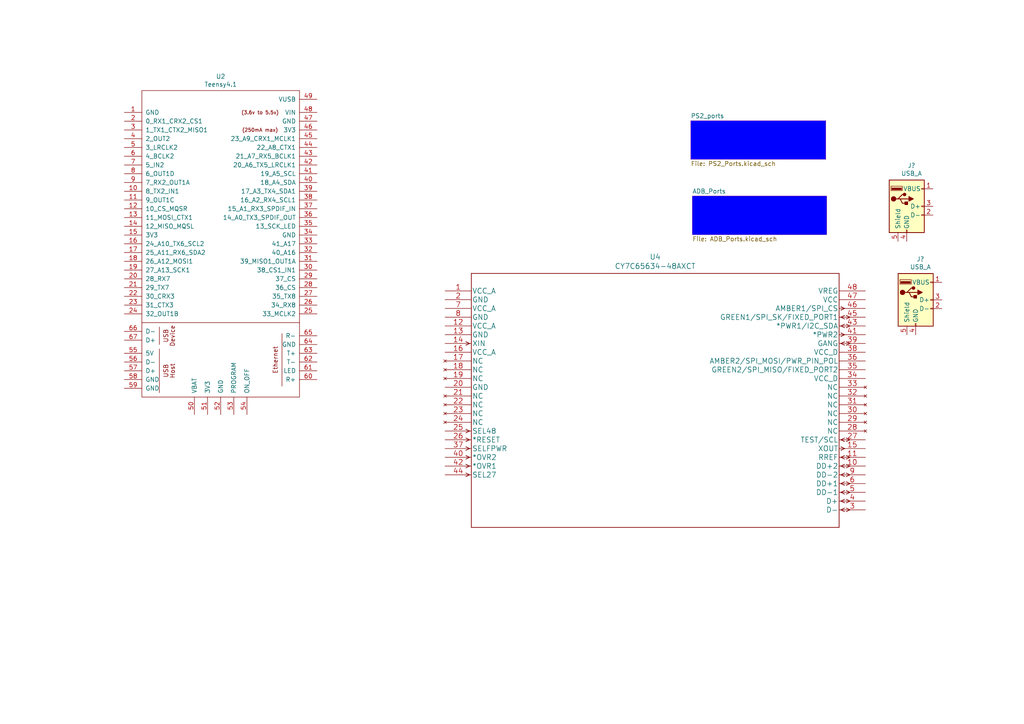
<source format=kicad_sch>
(kicad_sch (version 20201015) (generator eeschema)
  (page 1 3)
  (paper "A4")
  (lib_symbols
    (symbol "2021-02-10_03-52-52:CY7C65634-48AXCT" (pin_names (offset 0.254))
      (property "Reference" "U" (at 60.96 10.16 0))
      (property "Value" "CY7C65634-48AXCT" (at 60.96 7.62 0))
      (symbol "CY7C65634-48AXCT_1_1"
        (polyline (pts (xy 7.112 -15.24) (xy 6.0452 -14.732)) (stroke (width 0.2032)))
        (polyline (pts (xy 7.112 -15.24) (xy 6.0452 -15.748)) (stroke (width 0.2032)))
        (polyline (pts (xy 7.112 -40.64) (xy 6.0452 -40.132)) (stroke (width 0.2032)))
        (polyline (pts (xy 7.112 -40.64) (xy 6.0452 -41.148)) (stroke (width 0.2032)))
        (polyline (pts (xy 7.112 -43.18) (xy 6.0452 -42.672)) (stroke (width 0.2032)))
        (polyline (pts (xy 7.112 -43.18) (xy 6.0452 -43.688)) (stroke (width 0.2032)))
        (polyline (pts (xy 7.112 -45.72) (xy 6.0452 -45.212)) (stroke (width 0.2032)))
        (polyline (pts (xy 7.112 -45.72) (xy 6.0452 -46.228)) (stroke (width 0.2032)))
        (polyline (pts (xy 7.112 -48.26) (xy 6.0452 -47.752)) (stroke (width 0.2032)))
        (polyline (pts (xy 7.112 -48.26) (xy 6.0452 -48.768)) (stroke (width 0.2032)))
        (polyline (pts (xy 7.112 -50.8) (xy 6.0452 -50.292)) (stroke (width 0.2032)))
        (polyline (pts (xy 7.112 -50.8) (xy 6.0452 -51.308)) (stroke (width 0.2032)))
        (polyline (pts (xy 7.112 -53.34) (xy 6.0452 -52.832)) (stroke (width 0.2032)))
        (polyline (pts (xy 7.112 -53.34) (xy 6.0452 -53.848)) (stroke (width 0.2032)))
        (polyline (pts (xy 114.808 -63.5) (xy 115.8748 -62.992)) (stroke (width 0.2032)))
        (polyline (pts (xy 114.808 -63.5) (xy 115.8748 -64.008)) (stroke (width 0.2032)))
        (polyline (pts (xy 116.3828 -62.992) (xy 117.4242 -63.5)) (stroke (width 0.2032)))
        (polyline (pts (xy 116.3828 -64.008) (xy 117.4242 -63.5)) (stroke (width 0.2032)))
        (polyline (pts (xy 114.808 -60.96) (xy 115.8748 -60.452)) (stroke (width 0.2032)))
        (polyline (pts (xy 114.808 -60.96) (xy 115.8748 -61.468)) (stroke (width 0.2032)))
        (polyline (pts (xy 116.3828 -60.452) (xy 117.4242 -60.96)) (stroke (width 0.2032)))
        (polyline (pts (xy 116.3828 -61.468) (xy 117.4242 -60.96)) (stroke (width 0.2032)))
        (polyline (pts (xy 114.808 -58.42) (xy 115.8748 -57.912)) (stroke (width 0.2032)))
        (polyline (pts (xy 114.808 -58.42) (xy 115.8748 -58.928)) (stroke (width 0.2032)))
        (polyline (pts (xy 116.3828 -57.912) (xy 117.4242 -58.42)) (stroke (width 0.2032)))
        (polyline (pts (xy 116.3828 -58.928) (xy 117.4242 -58.42)) (stroke (width 0.2032)))
        (polyline (pts (xy 114.808 -55.88) (xy 115.8748 -55.372)) (stroke (width 0.2032)))
        (polyline (pts (xy 114.808 -55.88) (xy 115.8748 -56.388)) (stroke (width 0.2032)))
        (polyline (pts (xy 116.3828 -55.372) (xy 117.4242 -55.88)) (stroke (width 0.2032)))
        (polyline (pts (xy 116.3828 -56.388) (xy 117.4242 -55.88)) (stroke (width 0.2032)))
        (polyline (pts (xy 114.808 -53.34) (xy 115.8748 -52.832)) (stroke (width 0.2032)))
        (polyline (pts (xy 114.808 -53.34) (xy 115.8748 -53.848)) (stroke (width 0.2032)))
        (polyline (pts (xy 116.3828 -52.832) (xy 117.4242 -53.34)) (stroke (width 0.2032)))
        (polyline (pts (xy 116.3828 -53.848) (xy 117.4242 -53.34)) (stroke (width 0.2032)))
        (polyline (pts (xy 114.808 -50.8) (xy 115.8748 -50.292)) (stroke (width 0.2032)))
        (polyline (pts (xy 114.808 -50.8) (xy 115.8748 -51.308)) (stroke (width 0.2032)))
        (polyline (pts (xy 116.3828 -50.292) (xy 117.4242 -50.8)) (stroke (width 0.2032)))
        (polyline (pts (xy 116.3828 -51.308) (xy 117.4242 -50.8)) (stroke (width 0.2032)))
        (polyline (pts (xy 114.808 -48.26) (xy 115.8748 -47.752)) (stroke (width 0.2032)))
        (polyline (pts (xy 114.808 -48.26) (xy 115.8748 -48.768)) (stroke (width 0.2032)))
        (polyline (pts (xy 116.3828 -47.752) (xy 117.4242 -48.26)) (stroke (width 0.2032)))
        (polyline (pts (xy 116.3828 -48.768) (xy 117.4242 -48.26)) (stroke (width 0.2032)))
        (polyline (pts (xy 114.808 -45.212) (xy 115.8748 -45.72)) (stroke (width 0.2032)))
        (polyline (pts (xy 114.808 -46.228) (xy 115.8748 -45.72)) (stroke (width 0.2032)))
        (polyline (pts (xy 114.808 -43.18) (xy 115.8748 -42.672)) (stroke (width 0.2032)))
        (polyline (pts (xy 114.808 -43.18) (xy 115.8748 -43.688)) (stroke (width 0.2032)))
        (polyline (pts (xy 116.3828 -42.672) (xy 117.4242 -43.18)) (stroke (width 0.2032)))
        (polyline (pts (xy 116.3828 -43.688) (xy 117.4242 -43.18)) (stroke (width 0.2032)))
        (polyline (pts (xy 114.808 -15.24) (xy 115.8748 -14.732)) (stroke (width 0.2032)))
        (polyline (pts (xy 114.808 -15.24) (xy 115.8748 -15.748)) (stroke (width 0.2032)))
        (polyline (pts (xy 116.3828 -14.732) (xy 117.4242 -15.24)) (stroke (width 0.2032)))
        (polyline (pts (xy 116.3828 -15.748) (xy 117.4242 -15.24)) (stroke (width 0.2032)))
        (polyline (pts (xy 114.808 -12.192) (xy 115.8748 -12.7)) (stroke (width 0.2032)))
        (polyline (pts (xy 114.808 -13.208) (xy 115.8748 -12.7)) (stroke (width 0.2032)))
        (polyline (pts (xy 114.808 -10.16) (xy 115.8748 -9.652)) (stroke (width 0.2032)))
        (polyline (pts (xy 114.808 -10.16) (xy 115.8748 -10.668)) (stroke (width 0.2032)))
        (polyline (pts (xy 116.3828 -9.652) (xy 117.4242 -10.16)) (stroke (width 0.2032)))
        (polyline (pts (xy 116.3828 -10.668) (xy 117.4242 -10.16)) (stroke (width 0.2032)))
        (polyline (pts (xy 114.808 -7.62) (xy 115.8748 -7.112)) (stroke (width 0.2032)))
        (polyline (pts (xy 114.808 -7.62) (xy 115.8748 -8.128)) (stroke (width 0.2032)))
        (polyline (pts (xy 116.3828 -7.112) (xy 117.4242 -7.62)) (stroke (width 0.2032)))
        (polyline (pts (xy 116.3828 -8.128) (xy 117.4242 -7.62)) (stroke (width 0.2032)))
        (polyline (pts (xy 114.808 -4.572) (xy 115.8748 -5.08)) (stroke (width 0.2032)))
        (polyline (pts (xy 114.808 -5.588) (xy 115.8748 -5.08)) (stroke (width 0.2032)))
        (polyline (pts (xy 7.62 5.08) (xy 7.62 -68.58)) (stroke (width 0.2032)))
        (polyline (pts (xy 7.62 -68.58) (xy 114.3 -68.58)) (stroke (width 0.2032)))
        (polyline (pts (xy 114.3 -68.58) (xy 114.3 5.08)) (stroke (width 0.2032)))
        (polyline (pts (xy 114.3 5.08) (xy 7.62 5.08)) (stroke (width 0.2032)))
        (pin power_in line (at 0 0 0) (length 7.62) (name "VCC_A") (number "1"))
        (pin power_in line (at 0 -2.54 0) (length 7.62) (name "GND") (number "2"))
        (pin bidirectional line (at 121.92 -63.5 180) (length 7.62) (name "D-") (number "3"))
        (pin bidirectional line (at 121.92 -60.96 180) (length 7.62) (name "D+") (number "4"))
        (pin bidirectional line (at 121.92 -58.42 180) (length 7.62) (name "DD-1") (number "5"))
        (pin bidirectional line (at 121.92 -55.88 180) (length 7.62) (name "DD+1") (number "6"))
        (pin power_in line (at 0 -5.08 0) (length 7.62) (name "VCC_A") (number "7"))
        (pin power_in line (at 0 -7.62 0) (length 7.62) (name "GND") (number "8"))
        (pin bidirectional line (at 121.92 -53.34 180) (length 7.62) (name "DD-2") (number "9"))
        (pin bidirectional line (at 121.92 -50.8 180) (length 7.62) (name "DD+2") (number "10"))
        (pin bidirectional line (at 121.92 -48.26 180) (length 7.62) (name "RREF") (number "11"))
        (pin power_in line (at 0 -10.16 0) (length 7.62) (name "VCC_A") (number "12"))
        (pin power_in line (at 0 -12.7 0) (length 7.62) (name "GND") (number "13"))
        (pin input line (at 0 -15.24 0) (length 7.62) (name "XIN") (number "14"))
        (pin output line (at 121.92 -45.72 180) (length 7.62) (name "XOUT") (number "15"))
        (pin power_in line (at 0 -17.78 0) (length 7.62) (name "VCC_A") (number "16"))
        (pin unconnected line (at 0 -20.32 0) (length 7.62) (name "NC") (number "17"))
        (pin unconnected line (at 0 -22.86 0) (length 7.62) (name "NC") (number "18"))
        (pin unconnected line (at 0 -25.4 0) (length 7.62) (name "NC") (number "19"))
        (pin power_in line (at 0 -27.94 0) (length 7.62) (name "GND") (number "20"))
        (pin unconnected line (at 0 -30.48 0) (length 7.62) (name "NC") (number "21"))
        (pin unconnected line (at 0 -33.02 0) (length 7.62) (name "NC") (number "22"))
        (pin unconnected line (at 0 -35.56 0) (length 7.62) (name "NC") (number "23"))
        (pin unconnected line (at 0 -38.1 0) (length 7.62) (name "NC") (number "24"))
        (pin input line (at 0 -40.64 0) (length 7.62) (name "SEL48") (number "25"))
        (pin input line (at 0 -43.18 0) (length 7.62) (name "*RESET") (number "26"))
        (pin bidirectional line (at 121.92 -43.18 180) (length 7.62) (name "TEST/SCL") (number "27"))
        (pin unconnected line (at 121.92 -40.64 180) (length 7.62) (name "NC") (number "28"))
        (pin unconnected line (at 121.92 -38.1 180) (length 7.62) (name "NC") (number "29"))
        (pin unconnected line (at 121.92 -35.56 180) (length 7.62) (name "NC") (number "30"))
        (pin unconnected line (at 121.92 -33.02 180) (length 7.62) (name "NC") (number "31"))
        (pin unconnected line (at 121.92 -30.48 180) (length 7.62) (name "NC") (number "32"))
        (pin unconnected line (at 121.92 -27.94 180) (length 7.62) (name "NC") (number "33"))
        (pin power_in line (at 121.92 -25.4 180) (length 7.62) (name "VCC_D") (number "34"))
        (pin unspecified line (at 121.92 -22.86 180) (length 7.62) (name "GREEN2/SPI_MISO/FIXED_PORT2") (number "35"))
        (pin unspecified line (at 121.92 -20.32 180) (length 7.62) (name "AMBER2/SPI_MOSI/PWR_PIN_POL") (number "36"))
        (pin input line (at 0 -45.72 0) (length 7.62) (name "SELFPWR") (number "37"))
        (pin power_in line (at 121.92 -17.78 180) (length 7.62) (name "VCC_D") (number "38"))
        (pin bidirectional line (at 121.92 -15.24 180) (length 7.62) (name "GANG") (number "39"))
        (pin input line (at 0 -48.26 0) (length 7.62) (name "*OVR2") (number "40"))
        (pin output line (at 121.92 -12.7 180) (length 7.62) (name "*PWR2") (number "41"))
        (pin input line (at 0 -50.8 0) (length 7.62) (name "*OVR1") (number "42"))
        (pin bidirectional line (at 121.92 -10.16 180) (length 7.62) (name "*PWR1/I2C_SDA") (number "43"))
        (pin input line (at 0 -53.34 0) (length 7.62) (name "SEL27") (number "44"))
        (pin bidirectional line (at 121.92 -7.62 180) (length 7.62) (name "GREEN1/SPI_SK/FIXED_PORT1") (number "45"))
        (pin output line (at 121.92 -5.08 180) (length 7.62) (name "AMBER1/SPI_CS") (number "46"))
        (pin power_in line (at 121.92 -2.54 180) (length 7.62) (name "VCC") (number "47"))
        (pin power_in line (at 121.92 0 180) (length 7.62) (name "VREG") (number "48"))
      )
    )
    (symbol "Connector:USB_A" (pin_names (offset 1.016))
      (property "Reference" "J" (at -5.08 11.43 0))
      (property "Value" "USB_A" (at -5.08 8.89 0))
      (symbol "USB_A_0_1"
        (circle (center -3.81 2.159) (radius 0.635) (stroke (width 0.254)) (fill (type outline)))
        (circle (center -0.635 3.429) (radius 0.381) (stroke (width 0.254)) (fill (type outline)))
        (rectangle (start -5.08 -7.62) (end 5.08 7.62) (stroke (width 0.254)) (fill (type background)))
        (rectangle (start -1.524 4.826) (end -4.318 5.334) (fill (type outline)))
        (rectangle (start -1.27 4.572) (end -4.572 5.842))
        (rectangle (start -0.127 -7.62) (end 0.127 -6.858))
        (rectangle (start 0.254 1.27) (end -0.508 0.508) (stroke (width 0.254)) (fill (type outline)))
        (rectangle (start 5.08 -2.667) (end 4.318 -2.413))
        (rectangle (start 5.08 -0.127) (end 4.318 0.127))
        (rectangle (start 5.08 4.953) (end 4.318 5.207))
        (polyline (pts (xy -3.175 2.159) (xy -2.54 2.159) (xy -1.27 3.429) (xy -0.635 3.429)) (stroke (width 0.254)))
        (polyline (pts (xy -2.54 2.159) (xy -1.905 2.159) (xy -1.27 0.889) (xy 0 0.889)) (stroke (width 0.254)))
        (polyline (pts (xy 0.635 2.794) (xy 0.635 1.524) (xy 1.905 2.159) (xy 0.635 2.794)) (stroke (width 0.254)) (fill (type outline)))
      )
      (symbol "USB_A_1_1"
        (polyline (pts (xy -1.905 2.159) (xy 0.635 2.159)) (stroke (width 0.254)))
        (pin power_in line (at 7.62 5.08 180) (length 2.54) (name "VBUS") (number "1"))
        (pin bidirectional line (at 7.62 -2.54 180) (length 2.54) (name "D-") (number "2"))
        (pin bidirectional line (at 7.62 0 180) (length 2.54) (name "D+") (number "3"))
        (pin power_in line (at 0 -10.16 90) (length 2.54) (name "GND") (number "4"))
        (pin passive line (at -2.54 -10.16 90) (length 2.54) (name "Shield") (number "5"))
      )
    )
    (symbol "teensy:Teensy4.1" (pin_names (offset 1.016))
      (property "Reference" "U" (at 0 64.77 0))
      (property "Value" "Teensy4.1" (at 0 62.23 0))
      (symbol "Teensy4.1_0_0"
        (text "(250mA max)" (at 11.43 49.53 0) (effects (font (size 1.016 1.016))))
        (text "(3.6v to 5.5v)" (at 11.43 54.61 0) (effects (font (size 1.016 1.016))))
        (text "Device" (at -13.97 -10.16 900) (effects (font (size 1.27 1.27))))
        (text "Ethernet" (at 15.875 -17.145 900) (effects (font (size 1.27 1.27))))
        (text "Host" (at -13.97 -20.32 900) (effects (font (size 1.27 1.27))))
        (text "USB" (at -15.875 -20.32 900) (effects (font (size 1.27 1.27))))
        (text "USB" (at -15.875 -10.16 900) (effects (font (size 1.27 1.27))))
        (polyline (pts (xy -22.86 -6.35) (xy 22.86 -6.35)))
        (polyline (pts (xy -17.78 -26.67) (xy -17.78 -13.97)))
        (polyline (pts (xy -17.78 -7.62) (xy -17.78 -12.7)))
        (polyline (pts (xy 17.78 -9.525) (xy 17.78 -24.765)))
        (pin bidirectional line (at -27.94 31.75 0) (length 5.08) (name "8_TX2_IN1") (number "10"))
        (pin bidirectional line (at -27.94 29.21 0) (length 5.08) (name "9_OUT1C") (number "11"))
        (pin bidirectional line (at -27.94 26.67 0) (length 5.08) (name "10_CS_MQSR") (number "12"))
        (pin bidirectional line (at -27.94 24.13 0) (length 5.08) (name "11_MOSI_CTX1") (number "13"))
        (pin bidirectional line (at -27.94 21.59 0) (length 5.08) (name "12_MISO_MQSL") (number "14"))
        (pin power_in line (at -27.94 19.05 0) (length 5.08) (name "3V3") (number "15"))
        (pin bidirectional line (at -27.94 16.51 0) (length 5.08) (name "24_A10_TX6_SCL2") (number "16"))
        (pin bidirectional line (at -27.94 13.97 0) (length 5.08) (name "25_A11_RX6_SDA2") (number "17"))
        (pin bidirectional line (at -27.94 11.43 0) (length 5.08) (name "26_A12_MOSI1") (number "18"))
        (pin bidirectional line (at -27.94 8.89 0) (length 5.08) (name "27_A13_SCK1") (number "19"))
        (pin bidirectional line (at -27.94 6.35 0) (length 5.08) (name "28_RX7") (number "20"))
        (pin bidirectional line (at -27.94 3.81 0) (length 5.08) (name "29_TX7") (number "21"))
        (pin bidirectional line (at -27.94 1.27 0) (length 5.08) (name "30_CRX3") (number "22"))
        (pin bidirectional line (at -27.94 -1.27 0) (length 5.08) (name "31_CTX3") (number "23"))
        (pin bidirectional line (at -27.94 -3.81 0) (length 5.08) (name "32_OUT1B") (number "24"))
        (pin bidirectional line (at 27.94 -3.81 180) (length 5.08) (name "33_MCLK2") (number "25"))
        (pin bidirectional line (at 27.94 -1.27 180) (length 5.08) (name "34_RX8") (number "26"))
        (pin bidirectional line (at 27.94 1.27 180) (length 5.08) (name "35_TX8") (number "27"))
        (pin bidirectional line (at 27.94 3.81 180) (length 5.08) (name "36_CS") (number "28"))
        (pin bidirectional line (at 27.94 6.35 180) (length 5.08) (name "37_CS") (number "29"))
        (pin bidirectional line (at 27.94 8.89 180) (length 5.08) (name "38_CS1_IN1") (number "30"))
        (pin bidirectional line (at 27.94 11.43 180) (length 5.08) (name "39_MISO1_OUT1A") (number "31"))
        (pin bidirectional line (at 27.94 13.97 180) (length 5.08) (name "40_A16") (number "32"))
        (pin bidirectional line (at 27.94 16.51 180) (length 5.08) (name "41_A17") (number "33"))
        (pin bidirectional line (at 27.94 21.59 180) (length 5.08) (name "13_SCK_LED") (number "35"))
        (pin bidirectional line (at 27.94 24.13 180) (length 5.08) (name "14_A0_TX3_SPDIF_OUT") (number "36"))
        (pin bidirectional line (at 27.94 26.67 180) (length 5.08) (name "15_A1_RX3_SPDIF_IN") (number "37"))
        (pin bidirectional line (at 27.94 29.21 180) (length 5.08) (name "16_A2_RX4_SCL1") (number "38"))
        (pin bidirectional line (at 27.94 31.75 180) (length 5.08) (name "17_A3_TX4_SDA1") (number "39"))
        (pin bidirectional line (at 27.94 34.29 180) (length 5.08) (name "18_A4_SDA") (number "40"))
        (pin bidirectional line (at 27.94 36.83 180) (length 5.08) (name "19_A5_SCL") (number "41"))
        (pin bidirectional line (at 27.94 39.37 180) (length 5.08) (name "20_A6_TX5_LRCLK1") (number "42"))
        (pin bidirectional line (at 27.94 41.91 180) (length 5.08) (name "21_A7_RX5_BCLK1") (number "43"))
        (pin bidirectional line (at 27.94 44.45 180) (length 5.08) (name "22_A8_CTX1") (number "44"))
        (pin bidirectional line (at 27.94 46.99 180) (length 5.08) (name "23_A9_CRX1_MCLK1") (number "45"))
        (pin output line (at 27.94 49.53 180) (length 5.08) (name "3V3") (number "46"))
        (pin output line (at 27.94 52.07 180) (length 5.08) (name "GND") (number "47"))
        (pin power_in line (at 27.94 54.61 180) (length 5.08) (name "VIN") (number "48"))
        (pin power_out line (at 27.94 58.42 180) (length 5.08) (name "VUSB") (number "49"))
        (pin bidirectional line (at -27.94 44.45 0) (length 5.08) (name "3_LRCLK2") (number "5"))
        (pin power_in line (at -7.62 -33.02 90) (length 5.08) (name "VBAT") (number "50"))
        (pin power_in line (at -3.81 -33.02 90) (length 5.08) (name "3V3") (number "51"))
        (pin input line (at 0 -33.02 90) (length 5.08) (name "GND") (number "52"))
        (pin input line (at 3.81 -33.02 90) (length 5.08) (name "PROGRAM") (number "53"))
        (pin input line (at 7.62 -33.02 90) (length 5.08) (name "ON_OFF") (number "54"))
        (pin power_out line (at -27.94 -15.24 0) (length 5.08) (name "5V") (number "55"))
        (pin bidirectional line (at -27.94 -17.78 0) (length 5.08) (name "D-") (number "56"))
        (pin bidirectional line (at -27.94 -20.32 0) (length 5.08) (name "D+") (number "57"))
        (pin power_in line (at -27.94 -22.86 0) (length 5.08) (name "GND") (number "58"))
        (pin power_in line (at -27.94 -25.4 0) (length 5.08) (name "GND") (number "59"))
        (pin bidirectional line (at -27.94 41.91 0) (length 5.08) (name "4_BCLK2") (number "6"))
        (pin bidirectional line (at 27.94 -22.86 180) (length 5.08) (name "R+") (number "60"))
        (pin bidirectional line (at 27.94 -20.32 180) (length 5.08) (name "LED") (number "61"))
        (pin bidirectional line (at 27.94 -17.78 180) (length 5.08) (name "T-") (number "62"))
        (pin bidirectional line (at 27.94 -15.24 180) (length 5.08) (name "T+") (number "63"))
        (pin power_in line (at 27.94 -12.7 180) (length 5.08) (name "GND") (number "64"))
        (pin bidirectional line (at 27.94 -10.16 180) (length 5.08) (name "R-") (number "65"))
        (pin bidirectional line (at -27.94 -8.89 0) (length 5.08) (name "D-") (number "66"))
        (pin bidirectional line (at -27.94 -11.43 0) (length 5.08) (name "D+") (number "67"))
        (pin bidirectional line (at -27.94 39.37 0) (length 5.08) (name "5_IN2") (number "7"))
        (pin bidirectional line (at -27.94 36.83 0) (length 5.08) (name "6_OUT1D") (number "8"))
        (pin bidirectional line (at -27.94 34.29 0) (length 5.08) (name "7_RX2_OUT1A") (number "9"))
      )
      (symbol "Teensy4.1_0_1"
        (rectangle (start -22.86 60.96) (end 22.86 -27.94))
        (rectangle (start -20.32 -1.27) (end -20.32 -1.27))
      )
      (symbol "Teensy4.1_1_1"
        (pin power_in line (at -27.94 54.61 0) (length 5.08) (name "GND") (number "1"))
        (pin bidirectional line (at -27.94 52.07 0) (length 5.08) (name "0_RX1_CRX2_CS1") (number "2"))
        (pin bidirectional line (at -27.94 49.53 0) (length 5.08) (name "1_TX1_CTX2_MISO1") (number "3"))
        (pin power_in line (at 27.94 19.05 180) (length 5.08) (name "GND") (number "34"))
        (pin bidirectional line (at -27.94 46.99 0) (length 5.08) (name "2_OUT2") (number "4"))
      )
    )
  )
  (symbol (lib_id "Connector:USB_A") (at 262.9916 59.8424 0) (unit 1)
    (property "Reference" "J?" (at 264.3886 48.0122 0))
    (property "Value" "USB_A" (at 264.3886 50.3109 0))
    (property "Datasheet" " ~" (effects hide))
  )
  (symbol (lib_id "Connector:USB_A") (at 265.5824 86.9696 0) (unit 1)
    (property "Reference" "J?" (at 266.9794 75.1394 0))
    (property "Value" "USB_A" (at 266.9794 77.4381 0))
    (property "Datasheet" " ~" (effects hide))
  )
  (symbol (lib_id "teensy:Teensy4.1") (at 64.008 87.2236 0) (unit 1)
    (property "Reference" "U2" (at 64.008 22.1804 0))
    (property "Value" "Teensy4.1" (at 64.008 24.4791 0))
    (property "Footprint" "teensy:Teensy41" (effects hide))
  )
  (symbol (lib_id "2021-02-10_03-52-52:CY7C65634-48AXCT") (at 129.0828 84.3788 0) (unit 1)
    (property "Reference" "U4" (at 190.0428 74.5007 0) (effects (font (size 1.524 1.524))))
    (property "Value" "CY7C65634-48AXCT" (at 190.0428 77.2083 0) (effects (font (size 1.524 1.524))))
    (property "Footprint" "teensy:CY7C65634-48AXCT" (effects hide))
  )
  (sheet (at 200.8124 56.8452) (size 38.9636 11.2268) (stroke (width 0.001) (color 132 0 132 1)) (fill (color 0 0 255 1.0000))
    (property "Sheet name" "ADB_Ports" (at 200.8124 56.2093 0) (effects (justify left bottom)))
    (property "Sheet file" "ADB_Ports.kicad_sch" (at 200.8124 68.5809 0) (effects (justify left top)))
  )
  (sheet (at 200.3552 35.0012) (size 39.1668 11.2268) (stroke (width 0.001) (color 132 0 132 1)) (fill (color 0 0 255 1.0000))
    (property "Sheet name" "PS2_ports" (at 200.3552 34.3653 0) (effects (justify left bottom)))
    (property "Sheet file" "PS2_Ports.kicad_sch" (at 200.3552 46.7369 0) (effects (justify left top)))
  )
)
</source>
